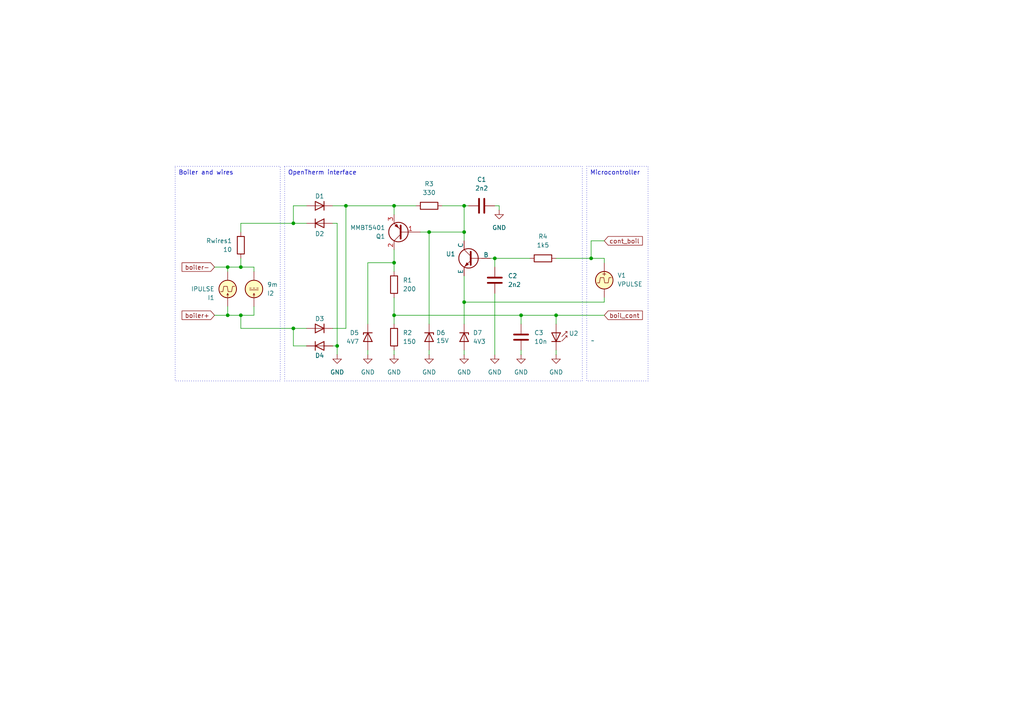
<source format=kicad_sch>
(kicad_sch (version 20231120) (generator "eeschema") (generator_version "8.0")
  (paper "A4")
  (lib_symbols
    (symbol "D_1" (pin_numbers hide) (pin_names (offset 1.016) hide)
      (property "Reference" "D" (at 0 2.54 0))
      (property "Value" "D" (at 0 -2.54 0))
      (symbol "D_1_0_1"
        (polyline (pts (xy -1.27 1.27) (xy -1.27 -1.27)) (stroke (width 0.254)))
        (polyline (pts (xy 1.27 0) (xy -1.27 0)))
        (polyline (pts (xy 1.27 1.27) (xy 1.27 -1.27) (xy -1.27 0) (xy 1.27 1.27)) (stroke (width 0.254)))
      )
      (symbol "D_1_1_1"
        (pin passive line (at -3.81 0 0) (length 2.54) (name "K") (number "1"))
        (pin passive line (at 3.81 0 180) (length 2.54) (name "A") (number "2"))
      )
    )
    (symbol "D_2" (pin_numbers hide) (pin_names (offset 1.016) hide)
      (property "Reference" "D" (at 0 2.54 0))
      (property "Value" "D" (at 0 -2.54 0))
      (symbol "D_2_0_1"
        (polyline (pts (xy -1.27 1.27) (xy -1.27 -1.27)) (stroke (width 0.254)))
        (polyline (pts (xy 1.27 0) (xy -1.27 0)))
        (polyline (pts (xy 1.27 1.27) (xy 1.27 -1.27) (xy -1.27 0) (xy 1.27 1.27)) (stroke (width 0.254)))
      )
      (symbol "D_2_1_1"
        (pin passive line (at -3.81 0 0) (length 2.54) (name "K") (number "1"))
        (pin passive line (at 3.81 0 180) (length 2.54) (name "A") (number "2"))
      )
    )
    (symbol "D_3" (pin_numbers hide) (pin_names (offset 1.016) hide)
      (property "Reference" "D" (at 0 2.54 0))
      (property "Value" "D" (at 0 -2.54 0))
      (symbol "D_3_0_1"
        (polyline (pts (xy -1.27 1.27) (xy -1.27 -1.27)) (stroke (width 0.254)))
        (polyline (pts (xy 1.27 0) (xy -1.27 0)))
        (polyline (pts (xy 1.27 1.27) (xy 1.27 -1.27) (xy -1.27 0) (xy 1.27 1.27)) (stroke (width 0.254)))
      )
      (symbol "D_3_1_1"
        (pin passive line (at -3.81 0 0) (length 2.54) (name "K") (number "1"))
        (pin passive line (at 3.81 0 180) (length 2.54) (name "A") (number "2"))
      )
    )
    (symbol "D_Zener_1" (pin_numbers hide) (pin_names (offset 1.016) hide)
      (property "Reference" "D" (at 0 2.54 0))
      (property "Value" "D_Zener" (at 0 -2.54 0))
      (symbol "D_Zener_1_0_1"
        (polyline (pts (xy 1.27 0) (xy -1.27 0)))
        (polyline (pts (xy -1.27 -1.27) (xy -1.27 1.27) (xy -0.762 1.27)) (stroke (width 0.254)))
        (polyline (pts (xy 1.27 -1.27) (xy 1.27 1.27) (xy -1.27 0) (xy 1.27 -1.27)) (stroke (width 0.254)))
      )
      (symbol "D_Zener_1_1_1"
        (pin passive line (at -3.81 0 0) (length 2.54) (name "K") (number "1"))
        (pin passive line (at 3.81 0 180) (length 2.54) (name "A") (number "2"))
      )
    )
    (symbol "D_Zener_2" (pin_numbers hide) (pin_names (offset 1.016) hide)
      (property "Reference" "D" (at 0 2.54 0))
      (property "Value" "D_Zener" (at 0 -2.54 0))
      (symbol "D_Zener_2_0_1"
        (polyline (pts (xy 1.27 0) (xy -1.27 0)))
        (polyline (pts (xy -1.27 -1.27) (xy -1.27 1.27) (xy -0.762 1.27)) (stroke (width 0.254)))
        (polyline (pts (xy 1.27 -1.27) (xy 1.27 1.27) (xy -1.27 0) (xy 1.27 -1.27)) (stroke (width 0.254)))
      )
      (symbol "D_Zener_2_1_1"
        (pin passive line (at -3.81 0 0) (length 2.54) (name "K") (number "1"))
        (pin passive line (at 3.81 0 180) (length 2.54) (name "A") (number "2"))
      )
    )
    (symbol "Device:C" (pin_numbers hide) (pin_names (offset 0.254))
      (property "Reference" "C" (at 0.635 2.54 0))
      (property "Value" "C" (at 0.635 -2.54 0))
      (symbol "C_0_1"
        (polyline (pts (xy -2.032 -0.762) (xy 2.032 -0.762)) (stroke (width 0.508)))
        (polyline (pts (xy -2.032 0.762) (xy 2.032 0.762)) (stroke (width 0.508)))
      )
      (symbol "C_1_1"
        (pin passive line (at 0 3.81 270) (length 2.794) (name "~") (number "1"))
        (pin passive line (at 0 -3.81 90) (length 2.794) (name "~") (number "2"))
      )
    )
    (symbol "Device:D_Zener" (pin_numbers hide) (pin_names (offset 1.016) hide)
      (property "Reference" "D" (at 0 2.54 0))
      (property "Value" "D_Zener" (at 0 -2.54 0))
      (symbol "D_Zener_0_1"
        (polyline (pts (xy 1.27 0) (xy -1.27 0)))
        (polyline (pts (xy -1.27 -1.27) (xy -1.27 1.27) (xy -0.762 1.27)) (stroke (width 0.254)))
        (polyline (pts (xy 1.27 -1.27) (xy 1.27 1.27) (xy -1.27 0) (xy 1.27 -1.27)) (stroke (width 0.254)))
      )
      (symbol "D_Zener_1_1"
        (pin passive line (at -3.81 0 0) (length 2.54) (name "K") (number "1"))
        (pin passive line (at 3.81 0 180) (length 2.54) (name "A") (number "2"))
      )
    )
    (symbol "Device:Q_PNP_BCE" (pin_names (offset 0) hide)
      (property "Reference" "Q" (at 5.08 1.27 0))
      (property "Value" "Q_PNP_BCE" (at 5.08 -1.27 0))
      (symbol "Q_PNP_BCE_0_1"
        (polyline (pts (xy 0.635 0.635) (xy 2.54 2.54)))
        (polyline (pts (xy 0.635 -0.635) (xy 2.54 -2.54) (xy 2.54 -2.54)))
        (polyline (pts (xy 0.635 1.905) (xy 0.635 -1.905) (xy 0.635 -1.905)) (stroke (width 0.508)))
        (polyline (pts (xy 2.286 -1.778) (xy 1.778 -2.286) (xy 1.27 -1.27) (xy 2.286 -1.778) (xy 2.286 -1.778)) (fill (type outline)))
        (circle (center 1.27 0) (radius 2.8194) (stroke (width 0.254)))
      )
      (symbol "Q_PNP_BCE_1_1"
        (pin input line (at -5.08 0 0) (length 5.715) (name "B") (number "1"))
        (pin passive line (at 2.54 5.08 270) (length 2.54) (name "C") (number "2"))
        (pin passive line (at 2.54 -5.08 90) (length 2.54) (name "E") (number "3"))
      )
    )
    (symbol "Device:R" (pin_numbers hide) (pin_names (offset 0))
      (property "Reference" "R" (at 2.032 0 90))
      (property "Value" "R" (at 0 0 90))
      (symbol "R_0_1"
        (rectangle (start -1.016 -2.54) (end 1.016 2.54) (stroke (width 0.254)))
      )
      (symbol "R_1_1"
        (pin passive line (at 0 3.81 270) (length 1.27) (name "~") (number "1"))
        (pin passive line (at 0 -3.81 90) (length 1.27) (name "~") (number "2"))
      )
    )
    (symbol "LED:SFH480" (pin_numbers hide) (pin_names (offset 1.016) hide)
      (property "Reference" "D" (at 0.508 1.778 0))
      (property "Value" "SFH480" (at -1.016 -2.794 0))
      (symbol "SFH480_0_1"
        (polyline (pts (xy -2.54 1.27) (xy -2.54 -1.27)) (stroke (width 0.254)))
        (polyline (pts (xy 0 0) (xy -2.54 0)))
        (polyline (pts (xy 0.381 3.175) (xy -0.127 3.175)))
        (polyline (pts (xy -1.143 1.651) (xy 0.381 3.175) (xy 0.381 2.667)))
        (polyline (pts (xy 0 1.27) (xy 0 -1.27) (xy -2.54 0) (xy 0 1.27)) (stroke (width 0.254)))
        (polyline (pts (xy -2.413 1.651) (xy -0.889 3.175) (xy -0.889 2.667) (xy -0.889 3.175) (xy -1.397 3.175)))
      )
      (symbol "SFH480_1_1"
        (pin passive line (at -5.08 0 0) (length 2.54) (name "K") (number "1"))
        (pin passive line (at 2.54 0 180) (length 2.54) (name "A") (number "2"))
      )
    )
    (symbol "Simulation_SPICE:D" (pin_numbers hide) (pin_names (offset 1.016) hide)
      (property "Reference" "D" (at 0 2.54 0))
      (property "Value" "D" (at 0 -2.54 0))
      (symbol "D_0_1"
        (polyline (pts (xy -1.27 1.27) (xy -1.27 -1.27)) (stroke (width 0.254)))
        (polyline (pts (xy 1.27 0) (xy -1.27 0)))
        (polyline (pts (xy 1.27 1.27) (xy 1.27 -1.27) (xy -1.27 0) (xy 1.27 1.27)) (stroke (width 0.254)))
      )
      (symbol "D_1_1"
        (pin passive line (at -3.81 0 0) (length 2.54) (name "K") (number "1"))
        (pin passive line (at 3.81 0 180) (length 2.54) (name "A") (number "2"))
      )
    )
    (symbol "Simulation_SPICE:IDC" (pin_numbers hide) (pin_names (offset 0.0254))
      (property "Reference" "I" (at 2.54 2.54 0))
      (property "Value" "1" (at 2.54 0 0))
      (symbol "IDC_0_0"
        (polyline (pts (xy -1.27 0.254) (xy 1.27 0.254)))
        (polyline (pts (xy -0.762 -0.254) (xy -1.27 -0.254)))
        (polyline (pts (xy 0.254 -0.254) (xy -0.254 -0.254)))
        (polyline (pts (xy 1.27 -0.254) (xy 0.762 -0.254)))
      )
      (symbol "IDC_0_1"
        (polyline (pts (xy 0 1.27) (xy 0 2.286)))
        (polyline (pts (xy -0.254 1.778) (xy 0 1.27) (xy 0.254 1.778)))
        (circle (center 0 0) (radius 2.54) (stroke (width 0.254)) (fill (type background)))
      )
      (symbol "IDC_1_1"
        (pin passive line (at 0 5.08 270) (length 2.54) (name "~") (number "1"))
        (pin passive line (at 0 -5.08 90) (length 2.54) (name "~") (number "2"))
      )
    )
    (symbol "Simulation_SPICE:IPULSE" (pin_numbers hide) (pin_names (offset 0.0254))
      (property "Reference" "I" (at 2.54 2.54 0))
      (property "Value" "IPULSE" (at 2.54 0 0))
      (property "Sim.Params" "y1=0 y2=1 td=2n tr=2n tf=2n tw=50n per=100n" (at 2.54 -2.54 0))
      (symbol "IPULSE_0_0"
        (polyline (pts (xy -2.032 -0.762) (xy -1.397 -0.762) (xy -1.143 0.762) (xy -0.127 0.762) (xy 0.127 -0.762) (xy 1.143 -0.762) (xy 1.397 0.762) (xy 2.032 0.762)))
      )
      (symbol "IPULSE_0_1"
        (polyline (pts (xy 0 1.27) (xy 0 2.286)))
        (polyline (pts (xy -0.254 1.778) (xy 0 1.27) (xy 0.254 1.778)))
        (circle (center 0 0) (radius 2.54) (stroke (width 0.254)) (fill (type background)))
      )
      (symbol "IPULSE_1_1"
        (pin passive line (at 0 5.08 270) (length 2.54) (name "~") (number "1"))
        (pin passive line (at 0 -5.08 90) (length 2.54) (name "~") (number "2"))
      )
    )
    (symbol "Simulation_SPICE:NPN" (pin_numbers hide) (pin_names (offset 0))
      (property "Reference" "Q" (at -2.54 7.62 0))
      (property "Value" "NPN" (at -2.54 5.08 0))
      (symbol "NPN_0_1"
        (polyline (pts (xy -2.54 0) (xy 0.635 0)) (stroke (width 0.1524)))
        (polyline (pts (xy 0.635 0.635) (xy 2.54 2.54)))
        (polyline (pts (xy 2.794 -1.27) (xy 2.794 -1.27)) (stroke (width 0.1524)))
        (polyline (pts (xy 2.794 -1.27) (xy 2.794 -1.27)) (stroke (width 0.1524)))
        (polyline (pts (xy 0.635 -0.635) (xy 2.54 -2.54) (xy 2.54 -2.54)))
        (polyline (pts (xy 0.635 1.905) (xy 0.635 -1.905) (xy 0.635 -1.905)) (stroke (width 0.508)))
        (polyline (pts (xy 1.27 -1.778) (xy 1.778 -1.27) (xy 2.286 -2.286) (xy 1.27 -1.778) (xy 1.27 -1.778)) (fill (type outline)))
        (circle (center 1.27 0) (radius 2.8194) (stroke (width 0.254)))
      )
      (symbol "NPN_1_1"
        (pin open_collector line (at 2.54 5.08 270) (length 2.54) (name "C") (number "1"))
        (pin input line (at -5.08 0 0) (length 2.54) (name "B") (number "2"))
        (pin open_emitter line (at 2.54 -5.08 90) (length 2.54) (name "E") (number "3"))
      )
    )
    (symbol "Simulation_SPICE:VPULSE" (pin_numbers hide) (pin_names (offset 0.0254))
      (property "Reference" "V" (at 2.54 2.54 0))
      (property "Value" "VPULSE" (at 2.54 0 0))
      (property "Sim.Params" "y1=0 y2=1 td=2n tr=2n tf=2n tw=50n per=100n" (at 2.54 -2.54 0))
      (symbol "VPULSE_0_0"
        (polyline (pts (xy -2.032 -0.762) (xy -1.397 -0.762) (xy -1.143 0.762) (xy -0.127 0.762) (xy 0.127 -0.762) (xy 1.143 -0.762) (xy 1.397 0.762) (xy 2.032 0.762)))
        (text "+" (at 0 1.905 0) (effects (font (size 1.27 1.27))))
      )
      (symbol "VPULSE_0_1"
        (circle (center 0 0) (radius 2.54) (stroke (width 0.254)) (fill (type background)))
      )
      (symbol "VPULSE_1_1"
        (pin passive line (at 0 5.08 270) (length 2.54) (name "~") (number "1"))
        (pin passive line (at 0 -5.08 90) (length 2.54) (name "~") (number "2"))
      )
    )
    (symbol "power:GND" (power) (pin_numbers hide) (pin_names (offset 0) hide)
      (property "Value" "GND" (at 0 -3.81 0))
      (symbol "GND_0_1"
        (polyline (pts (xy 0 0) (xy 0 -1.27) (xy 1.27 -1.27) (xy 0 -2.54) (xy -1.27 -1.27) (xy 0 -1.27)))
      )
      (symbol "GND_1_1"
        (pin power_in line (at 0 0 270) (length 0) (name "~") (number "1"))
      )
    )
  )
  (junction (at 69.85 77.47))
  (junction (at 151.13 91.44))
  (junction (at 134.62 87.63))
  (junction (at 100.33 59.69))
  (junction (at 114.3 59.69))
  (junction (at 124.46 67.31))
  (junction (at 69.85 91.44))
  (junction (at 114.3 91.44))
  (junction (at 66.04 77.47))
  (junction (at 134.62 67.31))
  (junction (at 114.3 76.2))
  (junction (at 66.04 91.44))
  (junction (at 161.29 91.44))
  (junction (at 171.45 74.93))
  (junction (at 97.79 100.33))
  (junction (at 85.09 64.77))
  (junction (at 85.09 95.25))
  (junction (at 143.51 74.93))
  (junction (at 134.62 59.69))
  (wire (pts (xy 85.09 59.69) (xy 85.09 64.77)))
  (wire (pts (xy 171.45 69.85) (xy 171.45 74.93)))
  (wire (pts (xy 175.26 87.63) (xy 175.26 86.36)))
  (wire (pts (xy 106.68 76.2) (xy 114.3 76.2)))
  (wire (pts (xy 97.79 64.77) (xy 97.79 100.33)))
  (wire (pts (xy 106.68 101.6) (xy 106.68 102.87)))
  (wire (pts (xy 85.09 64.77) (xy 88.9 64.77)))
  (wire (pts (xy 114.3 86.36) (xy 114.3 91.44)))
  (wire (pts (xy 161.29 91.44) (xy 161.29 93.98)))
  (wire (pts (xy 69.85 95.25) (xy 69.85 91.44)))
  (wire (pts (xy 175.26 74.93) (xy 175.26 76.2)))
  (wire (pts (xy 175.26 69.85) (xy 171.45 69.85)))
  (wire (pts (xy 135.89 59.69) (xy 134.62 59.69)))
  (wire (pts (xy 69.85 74.93) (xy 69.85 77.47)))
  (wire (pts (xy 97.79 100.33) (xy 97.79 102.87)))
  (wire (pts (xy 151.13 101.6) (xy 151.13 102.87)))
  (wire (pts (xy 142.24 74.93) (xy 143.51 74.93)))
  (wire (pts (xy 114.3 59.69) (xy 114.3 62.23)))
  (wire (pts (xy 114.3 91.44) (xy 114.3 93.98)))
  (wire (pts (xy 96.52 59.69) (xy 100.33 59.69)))
  (wire (pts (xy 62.23 91.44) (xy 66.04 91.44)))
  (wire (pts (xy 143.51 74.93) (xy 153.67 74.93)))
  (wire (pts (xy 97.79 64.77) (xy 96.52 64.77)))
  (wire (pts (xy 114.3 101.6) (xy 114.3 102.87)))
  (wire (pts (xy 161.29 101.6) (xy 161.29 102.87)))
  (wire (pts (xy 134.62 101.6) (xy 134.62 102.87)))
  (wire (pts (xy 114.3 76.2) (xy 114.3 78.74)))
  (wire (pts (xy 114.3 59.69) (xy 120.65 59.69)))
  (wire (pts (xy 134.62 67.31) (xy 134.62 59.69)))
  (wire (pts (xy 134.62 80.01) (xy 134.62 87.63)))
  (wire (pts (xy 69.85 64.77) (xy 69.85 67.31)))
  (wire (pts (xy 100.33 59.69) (xy 114.3 59.69)))
  (wire (pts (xy 69.85 77.47) (xy 73.66 77.47)))
  (wire (pts (xy 69.85 95.25) (xy 85.09 95.25)))
  (wire (pts (xy 66.04 77.47) (xy 69.85 77.47)))
  (wire (pts (xy 134.62 87.63) (xy 134.62 93.98)))
  (wire (pts (xy 88.9 100.33) (xy 85.09 100.33)))
  (wire (pts (xy 96.52 95.25) (xy 100.33 95.25)))
  (wire (pts (xy 171.45 74.93) (xy 175.26 74.93)))
  (wire (pts (xy 151.13 91.44) (xy 151.13 93.98)))
  (wire (pts (xy 143.51 85.09) (xy 143.51 102.87)))
  (wire (pts (xy 85.09 95.25) (xy 88.9 95.25)))
  (wire (pts (xy 144.78 59.69) (xy 144.78 60.96)))
  (wire (pts (xy 73.66 91.44) (xy 69.85 91.44)))
  (wire (pts (xy 161.29 91.44) (xy 175.26 91.44)))
  (wire (pts (xy 124.46 101.6) (xy 124.46 102.87)))
  (wire (pts (xy 73.66 77.47) (xy 73.66 78.74)))
  (wire (pts (xy 134.62 67.31) (xy 134.62 69.85)))
  (wire (pts (xy 73.66 91.44) (xy 73.66 88.9)))
  (wire (pts (xy 66.04 88.9) (xy 66.04 91.44)))
  (wire (pts (xy 124.46 67.31) (xy 134.62 67.31)))
  (wire (pts (xy 85.09 59.69) (xy 88.9 59.69)))
  (wire (pts (xy 128.27 59.69) (xy 134.62 59.69)))
  (wire (pts (xy 96.52 100.33) (xy 97.79 100.33)))
  (wire (pts (xy 100.33 59.69) (xy 100.33 95.25)))
  (wire (pts (xy 151.13 91.44) (xy 161.29 91.44)))
  (wire (pts (xy 106.68 76.2) (xy 106.68 93.98)))
  (wire (pts (xy 124.46 67.31) (xy 124.46 93.98)))
  (wire (pts (xy 114.3 72.39) (xy 114.3 76.2)))
  (wire (pts (xy 66.04 91.44) (xy 69.85 91.44)))
  (wire (pts (xy 134.62 87.63) (xy 175.26 87.63)))
  (wire (pts (xy 85.09 95.25) (xy 85.09 100.33)))
  (wire (pts (xy 143.51 74.93) (xy 143.51 77.47)))
  (wire (pts (xy 66.04 78.74) (xy 66.04 77.47)))
  (wire (pts (xy 114.3 91.44) (xy 151.13 91.44)))
  (wire (pts (xy 62.23 77.47) (xy 66.04 77.47)))
  (wire (pts (xy 121.92 67.31) (xy 124.46 67.31)))
  (wire (pts (xy 161.29 74.93) (xy 171.45 74.93)))
  (wire (pts (xy 143.51 59.69) (xy 144.78 59.69)))
  (wire (pts (xy 69.85 64.77) (xy 85.09 64.77)))
  (text_box "Boiler and wires" (at 50.8 48.26 0) (size 30.48 62.23) (stroke (width 0) (type dot)) (effects (font (size 1.27 1.27)) (justify left top)))
  (text_box "Microcontroller" (at 170.18 48.26 0) (size 17.78 62.23) (stroke (width 0) (type dot)) (effects (font (size 1.27 1.27)) (justify left top)))
  (text_box "OpenTherm interface" (at 82.55 48.26 0) (size 86.36 62.23) (stroke (width 0) (type dot)) (effects (font (size 1.27 1.27)) (justify left top)))
  (global_label "boiler-" (shape input) (at 62.23 77.47 180) (property "Intersheetrefs" "${INTERSHEET_REFS}" (effects (hide yes))))
  (global_label "boiler+" (shape input) (at 62.23 91.44 180) (property "Intersheetrefs" "${INTERSHEET_REFS}" (effects (hide yes))))
  (global_label "cont_boil" (shape input) (at 175.26 69.85 0) (property "Intersheetrefs" "${INTERSHEET_REFS}" (effects (hide yes))))
  (global_label "boil_cont" (shape input) (at 175.26 91.44 0) (property "Intersheetrefs" "${INTERSHEET_REFS}" (effects (hide yes))))
  (symbol (lib_id "Simulation_SPICE:VPULSE") (at 175.26 81.28 0) (unit 1)
    (property "Reference" "V1" (at 179.07 79.8801 0) (effects (justify left)))
    (property "Value" "VPULSE" (at 179.07 82.4201 0) (effects (justify left)))
    (property "Datasheet" "https://ngspice.sourceforge.io/docs/ngspice-html-manual/manual.xhtml#sec_Independent_Sources_for" (effects (hide yes)))
    (property "Description" "Voltage source, pulse" (effects (hide yes)))
    (property "Sim.Pins" "1=+ 2=-" (effects (hide yes)))
    (property "Sim.Type" "PULSE" (effects (hide yes)))
    (property "Sim.Device" "V" (effects (hide yes)))
    (property "Sim.Params" "y1=0 y2=3.3 td=125u tr=2u tf=2u tw=498u per=1m" (effects (hide yes)))
  )
  (symbol (lib_id "power:GND") (at 124.46 102.87 0) (unit 1)
    (property "Reference" "#PWR04" (effects (hide yes)))
    (property "Value" "GND" (at 124.46 107.95 0))
    (property "Description" "Power symbol creates a global label with name \"GND\" , ground" (effects (hide yes)))
  )
  (symbol (lib_name "D_Zener_1") (lib_id "Device:D_Zener") (at 134.62 97.79 270) (unit 1)
    (property "Reference" "D7" (at 137.16 96.5199 90) (effects (justify left)))
    (property "Value" "4V3" (at 137.16 99.0599 90) (effects (justify left)))
    (property "Description" "Zener diode" (effects (hide yes)))
    (property "Sim.Device" "D" (effects (hide yes)))
    (property "Sim.Pins" "1=K 2=A" (effects (hide yes)))
    (property "Sim.Params" "bv=4.3" (effects (hide yes)))
  )
  (symbol (lib_name "D_3") (lib_id "Simulation_SPICE:D") (at 92.71 95.25 180) (unit 1)
    (property "Reference" "D3" (at 92.71 92.456 0))
    (property "Value" "D" (effects (hide yes)))
    (property "Datasheet" "https://ngspice.sourceforge.io/docs/ngspice-html-manual/manual.xhtml#cha_DIODEs" (effects (hide yes)))
    (property "Description" "Diode for simulation or PCB" (effects (hide yes)))
    (property "Sim.Device" "D" (effects (hide yes)))
    (property "Sim.Pins" "1=K 2=A" (effects (hide yes)))
    (property "Sim.Params" "rs=50m cjo=10p" (effects (hide yes)))
  )
  (symbol (lib_id "Device:C") (at 139.7 59.69 90) (unit 1)
    (property "Reference" "C1" (at 139.7 52.07 90))
    (property "Value" "2n2" (at 139.7 54.61 90))
    (property "Description" "Unpolarized capacitor" (effects (hide yes)))
  )
  (symbol (lib_name "D_1") (lib_id "Simulation_SPICE:D") (at 92.71 59.69 180) (unit 1)
    (property "Reference" "D1" (at 92.71 56.896 0))
    (property "Value" "D" (effects (hide yes)))
    (property "Datasheet" "https://ngspice.sourceforge.io/docs/ngspice-html-manual/manual.xhtml#cha_DIODEs" (effects (hide yes)))
    (property "Description" "Diode for simulation or PCB" (effects (hide yes)))
    (property "Sim.Device" "D" (effects (hide yes)))
    (property "Sim.Pins" "1=K 2=A" (effects (hide yes)))
    (property "Sim.Params" "rs=50m cjo=10p" (effects (hide yes)))
  )
  (symbol (lib_id "Device:R") (at 69.85 71.12 0) (mirror y) (unit 1)
    (property "Reference" "Rwires1" (at 67.31 69.8499 0) (effects (justify left)))
    (property "Value" "10" (at 67.31 72.3899 0) (effects (justify left)))
    (property "Description" "Resistor" (effects (hide yes)))
  )
  (symbol (lib_name "D_Zener_2") (lib_id "Device:D_Zener") (at 124.46 97.79 270) (unit 1)
    (property "Reference" "D6" (at 126.492 96.52 90) (effects (justify left)))
    (property "Value" "15V" (at 126.492 98.806 90) (effects (justify left)))
    (property "Description" "Zener diode" (effects (hide yes)))
    (property "Sim.Device" "D" (effects (hide yes)))
    (property "Sim.Pins" "1=K 2=A" (effects (hide yes)))
    (property "Sim.Params" "bv=15" (effects (hide yes)))
  )
  (symbol (lib_id "Device:R") (at 157.48 74.93 270) (unit 1)
    (property "Reference" "R4" (at 157.48 68.58 90))
    (property "Value" "1k5" (at 157.48 71.12 90))
    (property "Description" "Resistor" (effects (hide yes)))
  )
  (symbol (lib_id "power:GND") (at 144.78 60.96 0) (unit 1)
    (property "Reference" "#PWR06" (effects (hide yes)))
    (property "Value" "GND" (at 144.78 66.04 0))
    (property "Description" "Power symbol creates a global label with name \"GND\" , ground" (effects (hide yes)))
  )
  (symbol (lib_id "power:GND") (at 97.79 102.87 0) (unit 1)
    (property "Reference" "#PWR01" (effects (hide yes)))
    (property "Value" "GND" (at 97.79 107.95 0))
    (property "Description" "Power symbol creates a global label with name \"GND\" , ground" (effects (hide yes)))
  )
  (symbol (lib_id "power:GND") (at 151.13 102.87 0) (unit 1)
    (property "Reference" "#PWR09" (effects (hide yes)))
    (property "Value" "GND" (at 151.13 107.95 0))
    (property "Description" "Power symbol creates a global label with name \"GND\" , ground" (effects (hide yes)))
  )
  (symbol (lib_id "Device:C") (at 143.51 81.28 180) (unit 1)
    (property "Reference" "C2" (at 147.32 80.0099 0) (effects (justify right)))
    (property "Value" "2n2" (at 147.32 82.5499 0) (effects (justify right)))
    (property "Description" "Unpolarized capacitor" (effects (hide yes)))
  )
  (symbol (lib_id "Device:R") (at 124.46 59.69 270) (unit 1)
    (property "Reference" "R3" (at 124.46 53.34 90))
    (property "Value" "330" (at 124.46 55.88 90))
    (property "Description" "Resistor" (effects (hide yes)))
  )
  (symbol (lib_id "LED:SFH480") (at 161.29 96.52 270) (mirror x) (unit 1)
    (property "Reference" "U2" (at 167.7692 96.7069 90) (effects (justify right)))
    (property "Value" "~" (at 172.466 98.806 90) (effects (justify right)))
    (property "Footprint" "Package_TO_SOT_THT:TO-18-2_Window" (effects (hide yes)))
    (property "Datasheet" "http://www.osram-os.com/Graphics/XPic1/00083613_0.pdf" (effects (hide yes)))
    (property "Description" "GaAlAs Infrared LED (880 nm), TO-18 package" (effects (hide yes)))
    (property "Sim.Device" "D" (effects (hide yes)))
    (property "Sim.Pins" "1=K 2=A" (effects (hide yes)))
    (property "Sim.Params" "m=0.5 is=1e-14 rs=10 n=2 tt=10n cjo=10p vj=0.7 eg=1.8 bv=5 ibv=10u" (effects (hide yes)))
  )
  (symbol (lib_name "D_2") (lib_id "Simulation_SPICE:D") (at 92.71 64.77 0) (unit 1)
    (property "Reference" "D2" (at 92.71 67.818 0))
    (property "Value" "D" (effects (hide yes)))
    (property "Datasheet" "https://ngspice.sourceforge.io/docs/ngspice-html-manual/manual.xhtml#cha_DIODEs" (effects (hide yes)))
    (property "Description" "Diode for simulation or PCB" (effects (hide yes)))
    (property "Sim.Device" "D" (effects (hide yes)))
    (property "Sim.Pins" "1=K 2=A" (effects (hide yes)))
    (property "Sim.Params" "rs=50m cjo=10p" (effects (hide yes)))
  )
  (symbol (lib_id "power:GND") (at 134.62 102.87 0) (unit 1)
    (property "Reference" "#PWR05" (effects (hide yes)))
    (property "Value" "GND" (at 134.62 107.95 0))
    (property "Description" "Power symbol creates a global label with name \"GND\" , ground" (effects (hide yes)))
  )
  (symbol (lib_id "power:GND") (at 114.3 102.87 0) (unit 1)
    (property "Reference" "#PWR03" (effects (hide yes)))
    (property "Value" "GND" (at 114.3 107.95 0))
    (property "Description" "Power symbol creates a global label with name \"GND\" , ground" (effects (hide yes)))
  )
  (symbol (lib_id "Simulation_SPICE:D") (at 92.71 100.33 0) (unit 1)
    (property "Reference" "D4" (at 92.71 103.124 0))
    (property "Value" "D" (effects (hide yes)))
    (property "Datasheet" "https://ngspice.sourceforge.io/docs/ngspice-html-manual/manual.xhtml#cha_DIODEs" (effects (hide yes)))
    (property "Description" "Diode for simulation or PCB" (effects (hide yes)))
    (property "Sim.Device" "D" (effects (hide yes)))
    (property "Sim.Pins" "1=K 2=A" (effects (hide yes)))
    (property "Sim.Params" "rs=50m cjo=10p" (effects (hide yes)))
  )
  (symbol (lib_id "Device:R") (at 114.3 82.55 0) (unit 1)
    (property "Reference" "R1" (at 116.84 81.2799 0) (effects (justify left)))
    (property "Value" "200" (at 116.84 83.8199 0) (effects (justify left)))
    (property "Description" "Resistor" (effects (hide yes)))
  )
  (symbol (lib_id "Simulation_SPICE:IPULSE") (at 66.04 83.82 180) (unit 1)
    (property "Reference" "I1" (at 62.23 86.3601 0) (effects (justify left)))
    (property "Value" "IPULSE" (at 62.23 83.8201 0) (effects (justify left)))
    (property "Datasheet" "https://ngspice.sourceforge.io/docs/ngspice-html-manual/manual.xhtml#sec_Independent_Sources_for" (effects (hide yes)))
    (property "Description" "Current source, pulse" (effects (hide yes)))
    (property "Sim.Pins" "1=+ 2=-" (effects (hide yes)))
    (property "Sim.Device" "I" (effects (hide yes)))
    (property "Sim.Type" "PULSE" (effects (hide yes)))
    (property "Sim.Params" "y1=0 y2=14m td=0 tr=50u tf=50u tw=450u per=1000u" (effects (hide yes)))
  )
  (symbol (lib_id "Simulation_SPICE:IDC") (at 73.66 83.82 0) (mirror x) (unit 1)
    (property "Reference" "I2" (at 77.47 85.0901 0) (effects (justify left)))
    (property "Value" "9m" (at 77.47 82.5501 0) (effects (justify left)))
    (property "Datasheet" "https://ngspice.sourceforge.io/docs/ngspice-html-manual/manual.xhtml#sec_Independent_Sources_for" (effects (hide yes)))
    (property "Description" "Current source, DC" (effects (hide yes)))
    (property "Sim.Pins" "1=+ 2=-" (effects (hide yes)))
    (property "Sim.Type" "DC" (effects (hide yes)))
    (property "Sim.Device" "I" (effects (hide yes)))
  )
  (symbol (lib_id "power:GND") (at 161.29 102.87 0) (unit 1)
    (property "Reference" "#PWR07" (effects (hide yes)))
    (property "Value" "GND" (at 161.29 107.95 0))
    (property "Description" "Power symbol creates a global label with name \"GND\" , ground" (effects (hide yes)))
  )
  (symbol (lib_id "Device:C") (at 151.13 97.79 180) (unit 1)
    (property "Reference" "C3" (at 154.94 96.5199 0) (effects (justify right)))
    (property "Value" "10n" (at 154.94 99.0599 0) (effects (justify right)))
    (property "Description" "Unpolarized capacitor" (effects (hide yes)))
  )
  (symbol (lib_id "Device:Q_PNP_BCE") (at 116.84 67.31 180) (unit 1)
    (property "Reference" "Q1" (at 111.76 68.5801 0) (effects (justify left)))
    (property "Value" "MMBT5401" (at 111.76 66.0401 0) (effects (justify left)))
    (property "Description" "PNP transistor, base/collector/emitter" (effects (hide yes)))
    (property "Sim.Device" "PNP" (effects (hide yes)))
    (property "Sim.Type" "GUMMELPOON" (effects (hide yes)))
    (property "Sim.Pins" "1=B 2=C 3=E" (effects (hide yes)))
    (property "Sim.Params" "is=6.734e-14 bf=220 nf=1 vaf=60 ikf=0.1 br=8 nr=1 var=8 ikr=0.03 isc=1e-13 nc=2 rb=10 re=0.3 rc=0.3 cje=24p vje=0.75 mje=0.33 tf=200p xtf=2 vtf=2 itf=0.02 ptf=0 cjc=12p vjc=0.5 mjc=0.5 xcjc=0.5 tr=200n cjs=0 vjs=0.75 mjs=0.5" (effects (hide yes)))
  )
  (symbol (lib_id "Simulation_SPICE:NPN") (at 137.16 74.93 0) (mirror y) (unit 1)
    (property "Reference" "U1" (at 132.08 73.6599 0) (effects (justify left)))
    (property "Value" "NPN" (effects (hide yes)))
    (property "Datasheet" "https://ngspice.sourceforge.io/docs/ngspice-html-manual/manual.xhtml#cha_BJTs" (effects (hide yes)))
    (property "Description" "Bipolar transistor symbol for simulation only, substrate tied to the emitter" (effects (hide yes)))
    (property "Sim.Device" "NPN" (effects (hide yes)))
    (property "Sim.Type" "GUMMELPOON" (effects (hide yes)))
    (property "Sim.Pins" "1=C 2=B 3=E" (effects (hide yes)))
  )
  (symbol (lib_id "power:GND") (at 143.51 102.87 0) (unit 1)
    (property "Reference" "#PWR08" (effects (hide yes)))
    (property "Value" "GND" (at 143.51 107.95 0))
    (property "Description" "Power symbol creates a global label with name \"GND\" , ground" (effects (hide yes)))
  )
  (symbol (lib_id "power:GND") (at 106.68 102.87 0) (unit 1)
    (property "Reference" "#PWR02" (effects (hide yes)))
    (property "Value" "GND" (at 106.68 107.95 0))
    (property "Description" "Power symbol creates a global label with name \"GND\" , ground" (effects (hide yes)))
  )
  (symbol (lib_id "Device:D_Zener") (at 106.68 97.79 90) (mirror x) (unit 1)
    (property "Reference" "D5" (at 104.14 96.5199 90) (effects (justify left)))
    (property "Value" "4V7" (at 104.14 99.0599 90) (effects (justify left)))
    (property "Description" "Zener diode" (effects (hide yes)))
    (property "Sim.Device" "D" (effects (hide yes)))
    (property "Sim.Pins" "1=K 2=A" (effects (hide yes)))
    (property "Sim.Params" "m=0.33 is=5.0e-10 rs=0.5 n=1.05 tt=1n cjo=50p vj=0.75 fc=0.5 bv=4.7 ibv=5m" (effects (hide yes)))
  )
  (symbol (lib_id "Device:R") (at 114.3 97.79 0) (unit 1)
    (property "Reference" "R2" (at 116.84 96.5199 0) (effects (justify left)))
    (property "Value" "150" (at 116.84 99.0599 0) (effects (justify left)))
    (property "Description" "Resistor" (effects (hide yes)))
  )
)
</source>
